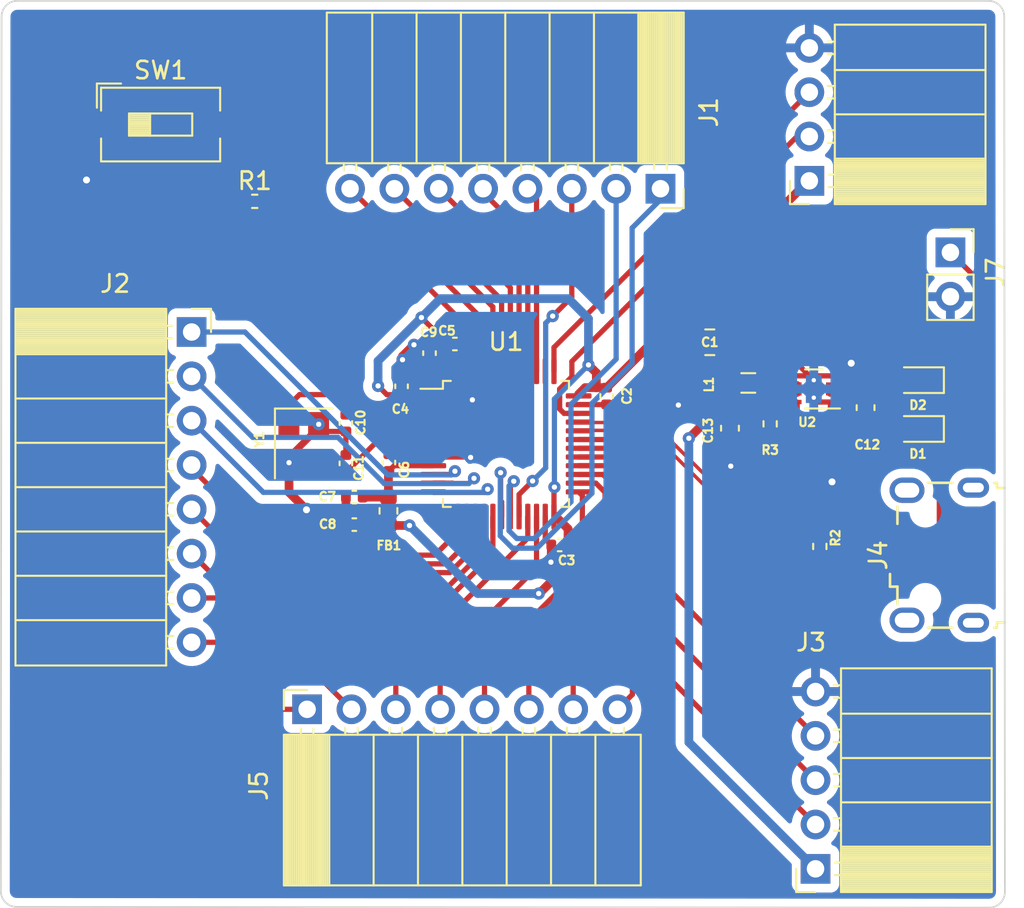
<source format=kicad_pcb>
(kicad_pcb (version 20211014) (generator pcbnew)
  (layers (0 "F.Cu" signal) (31 "B.Cu" power) (34 "B.Paste" user) (35 "F.Paste" user) (36 "B.SilkS" user "B.Silkscreen") (37 "F.SilkS" user "F.Silkscreen") (38 "B.Mask" user) (39 "F.Mask" user) (44 "Edge.Cuts" user))
  (net 0 "")
  (net 1 "+3.3V")
  (net 2 "GND")
  (net 3 "+3.3VA")
  (net 4 "/NRST")
  (net 5 "/HSE_IN")
  (net 6 "/HSE_OUT")
  (net 7 "VBUS")
  (net 8 "Net-(D2-Pad1)")
  (net 10 "unconnected-(J4-Pad6)")
  (net 11 "/SW_BOOT0")
  (net 12 "/BOOT0")
  (net 13 "Net-(R3-Pad1)")
  (net 18 "/PB0")
  (net 19 "/PB1")
  (net 20 "/PB2")
  (net 21 "/PB3")
  (net 22 "/PB4")
  (net 23 "/PB5")
  (net 24 "/PB6")
  (net 25 "/PB7")
  (net 26 "/PA7")
  (net 27 "/PA6")
  (net 28 "/PA5")
  (net 29 "/PA4")
  (net 30 "/PA3")
  (net 31 "/PA2")
  (net 32 "/PA1")
  (net 33 "/PA0")
  (net 34 "/PA8")
  (net 35 "/PA9")
  (net 36 "/PA10")
  (net 37 "/USB_D-")
  (net 38 "/USB_D+")
  (net 39 "/PB8")
  (net 40 "/PB9")
  (net 41 "/PB10")
  (net 42 "/PB11")
  (net 43 "/PB12")
  (net 44 "/PB13")
  (net 45 "/PB14")
  (net 46 "/PB15")
  (net 47 "/SWIO")
  (net 48 "/SWCK")
  (net 49 "/IndIn")
  (net 50 "Net-(U2-Pad2)")
  (footprint "Capacitor_SMD:C_0402_1005Metric" (layer "F.Cu") (at 149.1454 107.5246 90)
    (fp_text reference "C4")
    (fp_text value "100n" hide)
  )
  (footprint "Capacitor_SMD:C_0603_1608Metric" (layer "F.Cu") (at 167.9546 109.9254 -90)
    (fp_text reference "C13")
    (fp_text value "22u" hide)
  )
  (footprint "Resistor_SMD:R_0402_1005Metric" (layer "F.Cu") (at 173.1 116.7 90)
    (fp_text reference "R2")
    (fp_text value "10k" hide)
  )
  (footprint "Capacitor_SMD:C_0402_1005Metric" (layer "F.Cu") (at 146.4386 113.8752 180)
    (fp_text reference "C7")
    (fp_text value "1u" hide)
  )
  (footprint "Resistor_SMD:R_0402_1005Metric" (layer "F.Cu") (at 170.2546 109.6754 90)
    (fp_text reference "R3")
    (fp_text value "100k" hide)
  )
  (footprint "Capacitor_SMD:C_0402_1005Metric" (layer "F.Cu") (at 145.956 109.6308 90)
    (fp_text reference "C10")
    (fp_text value "10p" hide)
  )
  (footprint "Capacitor_SMD:C_0603_1608Metric" (layer "F.Cu") (at 175.7218 108.7464 -90)
    (fp_text reference "C12")
    (fp_text value "10u" hide)
  )
  (footprint "Capacitor_SMD:C_0402_1005Metric" (layer "F.Cu") (at 160.8912 108.0814 -90)
    (fp_text reference "C2")
    (fp_text value "100n" hide)
  )
  (footprint "Connector_PinSocket_2.54mm:PinSocket_1x08_P2.54mm_Horizontal" (layer "F.Cu") (at 143.7358 126.0334 90)
    (fp_text reference "J5")
    (fp_text value "Conn_01x08_Female" hide)
  )
  (footprint "Package_QFP:LQFP-48_7x7mm_P0.5mm" (layer "F.Cu") (at 155.1254 110.8246)
    (fp_text reference "U1")
    (fp_text value "STM32F103C8Tx" hide)
  )
  (footprint "Capacitor_SMD:C_0402_1005Metric" (layer "F.Cu") (at 146.4386 115.45 180)
    (fp_text reference "C8")
    (fp_text value "1u" hide)
  )
  (footprint "Connector_PinSocket_2.54mm:PinSocket_1x04_P2.54mm_Horizontal" (layer "F.Cu") (at 172.5 95.75 180)
    (fp_text reference "J6" hide)
    (fp_text value "Conn_01x04_Female" hide)
  )
  (footprint "Connector_PinSocket_2.54mm:PinSocket_1x08_P2.54mm_Horizontal" (layer "F.Cu") (at 137.1226 104.4134)
    (fp_text reference "J2")
    (fp_text value "Conn_01x08_Female" hide)
  )
  (footprint "Capacitor_SMD:C_0402_1005Metric" (layer "F.Cu") (at 150.7454 105.6246 90)
    (fp_text reference "C9")
    (fp_text value "100n" hide)
  )
  (footprint "Connector_PinSocket_2.54mm:PinSocket_1x08_P2.54mm_Horizontal" (layer "F.Cu") (at 163.975 96.2 -90)
    (fp_text reference "J1")
    (fp_text value "Conn_01x08_Female" hide)
  )
  (footprint "Button_Switch_SMD:SW_DIP_SPSTx01_Slide_6.7x4.1mm_W8.61mm_P2.54mm_LowProfile" (layer "F.Cu") (at 135.3454 92.5246)
    (fp_text reference "SW1")
    (fp_text value "SW_SPDT")
  )
  (footprint "Diode_SMD:D_0603_1608Metric" (layer "F.Cu") (at 178.7218 107.1714 180)
    (fp_text reference "D2")
    (fp_text value "DIODE" hide)
  )
  (footprint "Connector_PinSocket_2.54mm:PinSocket_1x02_P2.54mm_Vertical" (layer "F.Cu") (at 180.5796 99.85)
    (fp_text reference "J7")
    (fp_text value "Conn_01x02_Female" hide)
  )
  (footprint "Connector_USB:USB_Micro-B_Wuerth_629105150521" (layer "F.Cu") (at 179.945 117.205 90)
    (fp_text reference "J4")
    (fp_text value "USB_B_Micro" hide)
  )
  (footprint "Capacitor_SMD:C_0402_1005Metric" (layer "F.Cu") (at 152.2 105.1)
    (fp_text reference "C5")
    (fp_text value "100n" hide)
  )
  (footprint "Connector_PinSocket_2.54mm:PinSocket_1x05_P2.54mm_Horizontal" (layer "F.Cu") (at 172.8546 135.1754 180)
    (fp_text reference "J3")
    (fp_text value "Conn_01x05_Female" hide)
  )
  (footprint "Inductor_SMD:L_0805_2012Metric" (layer "F.Cu") (at 169.0046 107.3308 180)
    (fp_text reference "L1")
    (fp_text value "4.7u" hide)
  )
  (footprint "Inductor_SMD:L_0603_1608Metric" (layer "F.Cu") (at 148.3944 114.6626 -90)
    (fp_text reference "FB1")
    (fp_text value "120R@100MHz" hide)
  )
  (footprint "Resistor_SMD:R_0402_1005Metric" (layer "F.Cu") (at 140.7354 96.9246)
    (fp_text reference "R1")
    (fp_text value "10k" hide)
  )
  (footprint "Crystal:Crystal_SMD_3225-4Pin_3.2x2.5mm" (layer "F.Cu") (at 143.543 110.7992 -90)
    (fp_text reference "Y1")
    (fp_text value "Crystal_GND24_Small" hide)
  )
  (footprint "Package_SON:WSON-8-1EP_2x2mm_P0.5mm_EP0.9x1.6mm_ThermalVias" (layer "F.Cu") (at 172.7546 107.6754 180)
    (fp_text reference "U2")
    (fp_text value "TPS62162DSG" hide)
  )
  (footprint "Diode_SMD:D_0603_1608Metric" (layer "F.Cu") (at 178.7214 109.9676 180)
    (fp_text reference "D1")
    (fp_text value "DIODE" hide)
  )
  (footprint "Capacitor_SMD:C_0402_1005Metric" (layer "F.Cu") (at 148.4198 111.894 90)
    (fp_text reference "C6")
    (fp_text value "10n" hide)
  )
  (footprint "Capacitor_SMD:C_0805_2012Metric" (layer "F.Cu") (at 166.8 105)
    (fp_text reference "C1")
    (fp_text value "10u" hide)
  )
  (footprint "Capacitor_SMD:C_0402_1005Metric" (layer "F.Cu") (at 158.2 116.6158 180)
    (fp_text reference "C3")
    (fp_text value "100n" hide)
  )
  (footprint "Capacitor_SMD:C_0402_1005Metric" (layer "F.Cu") (at 145.956 111.9422 -90)
    (fp_text reference "C11")
    (fp_text value "10p" hide)
  )
  (gr_line (start 183.7 136.5) (end 183.663604 86.336396) (layer "Edge.Cuts") (width 0.1))
  (gr_line (start 127.096165 137.355932) (end 182.8 137.4) (layer "Edge.Cuts") (width 0.1))
  (gr_arc (start 126.236396 86.336396) (mid 126.5 85.7) (end 127.136396 85.436396) (layer "Edge.Cuts") (width 0.1))
  (gr_line (start 126.236396 86.336396) (end 126.196165 136.455932) (layer "Edge.Cuts") (width 0.1))
  (gr_arc (start 182.763604 85.436396) (mid 183.4 85.7) (end 183.663604 86.336396) (layer "Edge.Cuts") (width 0.1))
  (gr_arc (start 183.7 136.5) (mid 183.436396 137.136396) (end 182.8 137.4) (layer "Edge.Cuts") (width 0.1))
  (gr_arc (start 127.096165 137.355932) (mid 126.459769 137.092328) (end 126.196165 136.455932) (layer "Edge.Cuts") (width 0.1))
  (gr_line (start 182.763604 85.436396) (end 127.136396 85.436396) (layer "Edge.Cuts") (width 0.1))
  (segment (start 173.1 116.09) (end 169.2 112.19) (width 0.5) (layer "F.Cu") (net 1))
  (segment (start 167.9421 107.3308) (end 167.9421 107.0921) (width 0.5) (layer "F.Cu") (net 1))
  (segment (start 157.8754 114.9871) (end 157.8754 113.3246) (width 0.3) (layer "F.Cu") (net 1))
  (segment (start 151.8768 106.1768) (end 152.3754 106.6754) (width 0.3) (layer "F.Cu") (net 1))
  (segment (start 167.9546 107.3433) (end 167.9421 107.3308) (width 0.5) (layer "F.Cu") (net 1))
  (segment (start 167.9546 109.1504) (end 167.9546 107.3433) (width 0.5) (layer "F.Cu") (net 1))
  (segment (start 157.8754 113.3246) (end 157.9 113.3) (width 0.3) (layer "F.Cu") (net 1))
  (segment (start 167.9042 109.1) (end 167.9546 109.1504) (width 0.5) (layer "F.Cu") (net 1))
  (segment (start 170.8546 107.0504) (end 170.8546 106.6546) (width 0.4) (layer "F.Cu") (net 1))
  (segment (start 158.68 116.6158) (end 158.68 117.751371) (width 0.5) (layer "F.Cu") (net 1))
  (segment (start 148.4443 115.5) (end 148.3944 115.4501) (width 0.5) (layer "F.Cu") (net 1))
  (segment (start 160.3014 106.7514) (end 160.3014 107.6014) (width 0.5) (layer "F.Cu") (net 1))
  (segment (start 159.6611 107.6014) (end 159.2879 107.9746) (width 0.5) (layer "F.Cu") (net 1))
  (segment (start 149.6 115.5) (end 148.4443 115.5) (width 0.5) (layer "F.Cu") (net 1))
  (segment (start 163.5 105) (end 165.85 105) (width 0.5) (layer "F.Cu") (net 1))
  (segment (start 157.031371 119.4) (end 157 119.4) (width 0.5) (layer "F.Cu") (net 1))
  (segment (start 151.8604 105.1604) (end 151.8768 105.1604) (width 0.3) (layer "F.Cu") (net 1))
  (segment (start 167 109.1) (end 167.9042 109.1) (width 0.5) (layer "F.Cu") (net 1))
  (segment (start 169.2 112.19) (end 169.2 109.2) (width 0.5) (layer "F.Cu") (net 1))
  (segment (start 150.9629 108.0746) (end 149.2154 108.0746) (width 0.3) (layer "F.Cu") (net 1))
  (segment (start 160.3014 107.6014) (end 159.6611 107.6014) (width 0.5) (layer "F.Cu") (net 1))
  (segment (start 165.6 110.5) (end 167 109.1) (width 0.5) (layer "F.Cu") (net 1))
  (segment (start 146.9187 115.4501) (end 146.9186 115.45) (width 0.5) (layer "F.Cu") (net 1))
  (segment (start 170.2546 109.1654) (end 169.1654 109.1654) (width 0.5) (layer "F.Cu") (net 1))
  (segment (start 165.85 102.35) (end 165.85 105) (width 0.5) (layer "F.Cu") (net 1))
  (segment (start 159.2879 108.0746) (end 159.2879 107.9746) (width 0.3) (layer "F.Cu") (net 1))
  (segment (start 172.45 95.75) (end 165.85 102.35) (width 0.5) (layer "F.Cu") (net 1))
  (segment (start 152.3754 106.6754) (end 152.3754 106.6621) (width 0.3) (layer "F.Cu") (net 1))
  (segment (start 150.284314 103.584314) (end 151.8604 105.1604) (width 0.3) (layer "F.Cu") (net 1))
  (segment (start 160.8986 107.6014) (end 163.5 105) (width 0.5) (layer "F.Cu") (net 1))
  (segment (start 159.85 106.3) (end 160.3014 106.7514) (width 0.5) (layer "F.Cu") (net 1))
  (segment (start 158.68 117.751371) (end 157.031371 119.4) (width 0.5) (layer "F.Cu") (net 1))
  (segment (start 149.2154 108.0746) (end 149.1454 108.0046) (width 0.3) (layer "F.Cu") (net 1))
  (segment (start 147.8 107.5) (end 148.3046 108.0046) (width 0.3) (layer "F.Cu") (net 1))
  (segment (start 160.8912 107.6014) (end 160.3014 107.6014) (width 0.5) (layer "F.Cu") (net 1))
  (segment (start 170.465634 106.325) (end 167.175 106.325) (width 0.4) (layer "F.Cu") (net 1))
  (segment (start 171.8046 107.4254) (end 171.2296 107.4254) (width 0.4) (layer "F.Cu") (net 1))
  (segment (start 148.3944 115.4501) (end 146.9187 115.4501) (width 0.5) (layer "F.Cu") (net 1))
  (segment (start 158.68 116.6158) (end 158.68 115.6917) (width 0.5) (layer "F.Cu") (net 1))
  (segment (start 151.8768 105.1604) (end 151.8768 106.1768) (width 0.3) (layer "F.Cu") (net 1))
  (segment (start 170.8546 106.6546) (end 170.525 106.325) (width 0.4) (layer "F.Cu") (net 1))
  (segment (start 169.2 109.2) (end 169.1654 109.1654) (width 0.5) (layer "F.Cu") (net 1))
  (segment (start 171.2296 107.4254) (end 170.8546 107.0504) (width 0.4) (layer "F.Cu") (net 1))
  (segment (start 170.525 106.325) (end 170.465634 106.325) (width 0.3) (layer "F.Cu") (net 1))
  (segment (start 167.9696 109.1654) (end 167.9546 109.1504) (width 0.5) (layer "F.Cu") (net 1))
  (segment (start 169.1654 109.1654) (end 167.9696 109.1654) (width 0.5) (layer "F.Cu") (net 1))
  (segment (start 172.5 95.75) (end 172.45 95.75) (width 0.5) (layer "F.Cu") (net 1))
  (segment (start 158.68 115.6917) (end 157.9754 114.9871) (width 0.5) (layer "F.Cu") (net 1))
  (segment (start 167.9421 107.0921) (end 165.85 105) (width 0.5) (layer "F.Cu") (net 1))
  (segment (start 148.3046 108.0046) (end 149.1454 108.0046) (width 0.3) (layer "F.Cu") (net 1))
  (segment (start 160.8912 107.6014) (end 160.8986 107.6014) (width 0.5) (layer "F.Cu") (net 1))
  (via (at 157 119.4) (size 0.7) (drill 0.3) (layers "F.Cu" "B.Cu") (net 1))
  (via (at 147.8 107.5) (size 0.7) (drill 0.3) (layers "F.Cu" "B.Cu") (net 1))
  (via (at 159.85 106.3) (size 0.7) (drill 0.3) (layers "F.Cu" "B.Cu") (net 1))
  (via (at 165.6 110.5) (size 0.7) (drill 0.3) (layers "F.Cu" "B.Cu") (net 1))
  (via (at 150.284314 103.584314) (size 0.7) (drill 0.3) (layers "F.Cu" "B.Cu") (net 1))
  (via (at 157.9 113.3) (size 0.7) (drill 0.3) (layers "F.Cu" "B.Cu") (net 1))
  (via (at 149.6 115.5) (size 0.7) (drill 0.3) (layers "F.Cu" "B.Cu") (net 1))
  (segment (start 147.8 106.068629) (end 150.284314 103.584314) (width 0.5) (layer "B.Cu") (net 1))
  (segment (start 153.5 119.4) (end 149.6 115.5) (width 0.5) (layer "B.Cu") (net 1))
  (segment (start 165.6 127.9208) (end 165.6 110.5) (width 0.5) (layer "B.Cu") (net 1))
  (segment (start 147.8 107.5) (end 147.8 106.068629) (width 0.5) (layer "B.Cu") (net 1))
  (segment (start 159.85 106.3) (end 157.9 108.25) (width 0.3) (layer "B.Cu") (net 1))
  (segment (start 151.368629 102.5) (end 150.284314 103.584314) (width 0.5) (layer "B.Cu") (net 1))
  (segment (start 157 119.4) (end 153.5 119.4) (width 0.5) (layer "B.Cu") (net 1))
  (segment (start 159.85 106.3) (end 159.85 103.65) (width 0.5) (layer "B.Cu") (net 1))
  (segment (start 157.9 108.25) (end 157.9 113.3) (width 0.3) (layer "B.Cu") (net 1))
  (segment (start 159.85 103.65) (end 158.7 102.5) (width 0.5) (layer "B.Cu") (net 1))
  (segment (start 172.8546 135.1754) (end 165.6 127.9208) (width 0.5) (layer "B.Cu") (net 1))
  (segment (start 158.7 102.5) (end 151.368629 102.5) (width 0.5) (layer "B.Cu") (net 1))
  (segment (start 167.9546 110.7004) (end 167.9546 112.0546) (width 0.5) (layer "F.Cu") (net 2))
  (segment (start 144.4 109.8922) (end 144.4 109.7) (width 0.3) (layer "F.Cu") (net 2))
  (segment (start 143.7414 114.5586) (end 143.7 114.6) (width 0.5) (layer "F.Cu") (net 2))
  (segment (start 142.693 111.5992) (end 144.4 109.8922) (width 0.4) (layer "F.Cu") (net 2))
  (segment (start 171.8046 106.9254) (end 172.5046 106.9254) (width 0.3) (layer "F.Cu") (net 2))
  (segment (start 150.9629 111.5746) (end 148.5804 111.5746) (width 0.3) (layer "F.Cu") (net 2))
  (segment (start 148.5804 111.5746) (end 148.4198 111.414) (width 0.3) (layer "F.Cu") (net 2))
  (segment (start 149.1 106.9992) (end 149.1454 107.0446) (width 0.5) (layer "F.Cu") (net 2))
  (segment (start 167.9546 112.0546) (end 168 112.1) (width 0.5) (layer "F.Cu") (net 2))
  (segment (start 160.878 108.5746) (end 159.2 108.5746) (width 0.3) (layer "F.Cu") (net 2))
  (segment (start 149.2 106) (end 149.2 105.8) (width 0.5) (layer "F.Cu") (net 2))
  (segment (start 173.7046 108.4254) (end 173.0046 108.4254) (width 0.3) (layer "F.Cu") (net 2))
  (segment (start 143.7 114.6) (end 142.7 113.6) (width 0.5) (layer "F.Cu") (net 2))
  (segment (start 174.1746 106.9254) (end 174.9 106.2) (width 0.3) (layer "F.Cu") (net 2))
  (segment (start 152.8754 107.500641) (end 152.8754 107.9754) (width 0.3) (layer "F.Cu") (net 2))
  (segment (start 142.693 111.8992) (end 142.693 111.5992) (width 0.3) (layer "F.Cu") (net 2))
  (segment (start 178.045 115.905) (end 174.8006 112.6606) (width 0.3) (layer "F.Cu") (net 2))
  (segment (start 152.8754 107.500641) (end 152.8754 106.6621) (width 0.3) (layer "F.Cu") (net 2))
  (segment (start 145.9586 114.5586) (end 143.7414 114.5586) (width 0.5) (layer "F.Cu") (net 2))
  (segment (start 174.4612 113) (end 173.8 113) (width 0.3) (layer "F.Cu") (net 2))
  (segment (start 145.9586 114.5586) (end 145.9586 113.8752) (width 0.5) (layer "F.Cu") (net 2))
  (segment (start 174.8006 109.5214) (end 174.2214 109.5214) (width 0.3) (layer "F.Cu") (net 2))
  (segment (start 145.956 110.1108) (end 144.8108 110.1108) (width 0.3) (layer "F.Cu") (net 2))
  (segment (start 153.0746 111.5746) (end 153.1 111.6) (width 0.3) (layer "F.Cu") (net 2))
  (segment (start 173.7046 109.0046) (end 173.7046 108.4754) (width 0.3) (layer "F.Cu") (net 2))
  (segment (start 174.8006 112.6606) (end 174.4612 113) (width 0.3) (layer "F.Cu") (net 2))
  (segment (start 157.72 116.6158) (end 157.72 117.58) (width 0.5) (layer "F.Cu") (net 2))
  (segment (start 149.15 106.05) (end 149.1 106.1) (width 0.5) (layer "F.Cu") (net 2))
  (segment (start 157.72 117.58) (end 157.7 117.6) (width 0.5) (layer "F.Cu") (net 2))
  (segment (start 150.7454 105.1446) (end 149.8554 105.1446) (width 0.5) (layer "F.Cu") (net 2))
  (segment (start 160.8912 108.5614) (end 160.9298 108.6) (width 0.3) (layer "F.Cu") (net 2))
  (segment (start 152.8754 106.6621) (end 152.8754 105.199) (width 0.3) (layer "F.Cu") (net 2))
  (segment (start 175.7218 109.5214) (end 174.8006 109.5214) (width 0.4) (layer "F.Cu") (net 2))
  (segment (start 149.1 106.1) (end 149.1 106.9992) (width 0.5) (layer "F.Cu") (net 2))
  (segment (start 150.9629 111.5746) (end 153.0746 111.5746) (width 0.3) (layer "F.Cu") (net 2))
  (segment (start 142.7 113.6) (end 142.7 111.9) (width 0.5) (layer "F.Cu") (net 2))
  (segment (start 152.8754 105.199) (end 152.8368 105.1604) (width 0.3) (layer "F.Cu") (net 2))
  (segment (start 149.2 106) (end 149.15 106.05) (width 0.5) (layer "F.Cu") (net 2))
  (segment (start 145.9586 115.45) (end 145.9586 114.5586) (width 0.5) (layer "F.Cu") (net 2))
  (segment (start 131.0404 95.6404) (end 131.1 95.7) (width 0.5) (layer "F.Cu") (net 2))
  (segment (start 149.2 105.8) (end 149.8554 105.1446) (width 0.5) (layer "F.Cu") (net 2))
  (segment (start 174.2214 109.5214) (end 173.7046 109.0046) (width 0.3) (layer "F.Cu") (net 2))
  (segment (start 131.0404 92.5246) (end 131.0404 95.6404) (width 0.5) (layer "F.Cu") (net 2))
  (segment (start 157.3754 114.9871) (end 157.3754 116.2712) (width 0.3) (layer "F.Cu") (net 2))
  (segment (start 172.7546 107.1754) (end 170.5792 105) (width 0.3) (layer "F.Cu") (net 2))
  (segment (start 172.5046 106.9254) (end 172.7546 107.1754) (width 0.3) (layer "F.Cu") (net 2))
  (segment (start 160.9298 108.6) (end 165 108.6) (width 0.3) (layer "F.Cu") (net 2))
  (segment (start 157.3754 116.2712) (end 157.72 116.6158) (width 0.3) (layer "F.Cu") (net 2))
  (segment (start 152.8754 107.9754) (end 153.2 108.3) (width 0.3) (layer "F.Cu") (net 2))
  (segment (start 145.956 111.4622) (end 145.956 110.1108) (width 0.3) (layer "F.Cu") (net 2))
  (segment (start 173.0046 106.9254) (end 172.7546 107.1754) (width 0.3) (layer "F.Cu") (net 2))
  (segment (start 173.7046 106.9254) (end 173.0046 106.9254) (width 0.3) (layer "F.Cu") (net 2))
  (segment (start 160.8912 108.5614) (end 160.878 108.5746) (width 0.3) (layer "F.Cu") (net 2))
  (segment (start 144.8108 110.1108) (end 144.4 109.7) (width 0.3) (layer "F.Cu") (net 2))
  (segment (start 170.5792 105) (end 167.75 105) (width 0.3) (layer "F.Cu") (net 2))
  (segment (start 173.0046 108.4254) (end 172.7546 108.1754) (width 0.3) (layer "F.Cu") (net 2))
  (segment (start 174.8006 112.6606) (end 174.8006 109.5214) (width 0.3) (layer "F.Cu") (net 2))
  (segment (start 173.7046 106.9254) (end 174.1746 106.9254) (width 0.3) (layer "F.Cu") (net 2))
  (via (at 143.7 114.6) (size 0.8) (drill 0.4) (layers "F.Cu" "B.Cu") (net 2))
  (via (at 142.7 111.9) (size 0.7) (drill 0.3) (layers "F.Cu" "B.Cu") (net 2))
  (via (at 153.2 108.3) (size 0.7) (drill 0.3) (layers "F.Cu" "B.Cu") (net 2))
  (via (at 131.1 95.7) (size 0.8) (drill 0.4) (layers "F.Cu" "B.Cu") (net 2))
  (via (at 149.2 106) (size 0.7) (drill 0.3) (layers "F.Cu" "B.Cu") (net 2))
  (via (at 157.7 117.6) (size 0.7) (drill 0.3) (layers "F.Cu" "B.Cu") (net 2))
  (via (at 174.9 106.2) (size 0.8) (drill 0.4) (layers "F.Cu" "B.Cu") (net 2))
  (via (at 168 112.1) (size 0.7) (drill 0.3) (layers "F.Cu" "B.Cu") (net 2))
  (via (at 165 108.6) (size 0.7) (drill 0.3) (layers "F.Cu" "B.Cu") (net 2))
  (via (at 173.8 113) (size 0.8) (drill 0.4) (layers "F.Cu" "B.Cu") (net 2))
  (via (at 144.4 109.7) (size 0.7) (drill 0.3) (layers "F.Cu" "B.Cu") (net 2))
  (via (at 153.1 111.6) (size 0.7) (drill 0.3) (layers "F.Cu" "B.Cu") (net 2))
  (via (at 149.8554 105.1446) (size 0.7) (drill 0.3) (layers "F.Cu" "B.Cu") (net 2))
  (segment (start 148.3944 113.8751) (end 148.3944 112.3994) (width 0.5) (layer "F.Cu") (net 3))
  (segment (start 148.3944 112.3994) (end 148.4198 112.374) (width 0.5) (layer "F.Cu") (net 3))
  (segment (start 148.3944 113.8751) (end 146.9187 113.8751) (width 0.5) (layer "F.Cu") (net 3))
  (segment (start 150.9629 112.0746) (end 148.7192 112.0746) (width 0.3) (layer "F.Cu") (net 3))
  (segment (start 146.9187 113.8751) (end 146.9186 113.8752) (width 0.5) (layer "F.Cu") (net 3))
  (segment (start 148.7192 112.0746) (end 148.4198 112.374) (width 0.3) (layer "F.Cu") (net 3))
  (segment (start 151.801441 111.0746) (end 152.1 110.776041) (width 0.3) (layer "F.Cu") (net 4))
  (segment (start 152.1 107.725241) (end 150.7454 106.370641) (width 0.3) (layer "F.Cu") (net 4))
  (segment (start 152.1 110.776041) (end 152.1 107.725241) (width 0.3) (layer "F.Cu") (net 4))
  (segment (start 150.7454 106.370641) (end 150.7454 106.1046) (width 0.3) (layer "F.Cu") (net 4))
  (segment (start 150.9629 111.0746) (end 151.801441 111.0746) (width 0.3) (layer "F.Cu") (net 4))
  (segment (start 143.3 108) (end 145 108) (width 0.3) (layer "F.Cu") (net 5))
  (segment (start 142.693 109.6992) (end 142.693 108.607) (width 0.3) (layer "F.Cu") (net 5))
  (segment (start 148.4746 110.0746) (end 147.5508 109.1508) (width 0.3) (layer "F.Cu") (net 5))
  (segment (start 145 108) (end 145.956 108.956) (width 0.3) (layer "F.Cu") (net 5))
  (segment (start 147.5508 109.1508) (end 145.956 109.1508) (width 0.3) (layer "F.Cu") (net 5))
  (segment (start 145.956 108.956) (end 145.956 109.1508) (width 0.3) (layer "F.Cu") (net 5))
  (segment (start 142.693 108.607) (end 143.3 108) (width 0.3) (layer "F.Cu") (net 5))
  (segment (start 150.9629 110.0746) (end 148.4746 110.0746) (width 0.3) (layer "F.Cu") (net 5))
  (segment (start 144.916 112.4222) (end 144.393 111.8992) (width 0.3) (layer "F.Cu") (net 6))
  (segment (start 145.956 112.4222) (end 144.916 112.4222) (width 0.3) (layer "F.Cu") (net 6))
  (segment (start 147.846565 110.5746) (end 145.998965 112.4222) (width 0.3) (layer "F.Cu") (net 6))
  (segment (start 150.9629 110.5746) (end 147.846565 110.5746) (width 0.3) (layer "F.Cu") (net 6))
  (segment (start 145.998965 112.4222) (end 145.956 112.4222) (width 0.3) (layer "F.Cu") (net 6))
  (segment (start 179.945001 117.354999) (end 179.945001 110.403701) (width 0.3) (layer "F.Cu") (net 7))
  (segment (start 178.045 118.505) (end 178.795 118.505) (width 0.3) (layer "F.Cu") (net 7))
  (segment (start 179.945001 110.403701) (end 179.5089 109.9676) (width 0.3) (layer "F.Cu") (net 7))
  (segment (start 178.795 118.505) (end 179.945001 117.354999) (width 0.3) (layer "F.Cu") (net 7))
  (segment (start 180.9286 107.1714) (end 182.5 105.6) (width 0.3) (layer "F.Cu") (net 8))
  (segment (start 182.5 105.6) (end 182.5 101.7704) (width 0.3) (layer "F.Cu") (net 8))
  (segment (start 182.5 101.7704) (end 180.5796 99.85) (width 0.3) (layer "F.Cu") (net 8))
  (segment (start 179.5093 107.1714) (end 180.9286 107.1714) (width 0.3) (layer "F.Cu") (net 8))
  (segment (start 178.095 113.48) (end 178.18 113.48) (width 0.3) (layer "F.Cu") (net 10))
  (segment (start 139.6504 96.3496) (end 139.6504 92.5246) (width 0.3) (layer "F.Cu") (net 11))
  (segment (start 140.2254 96.9246) (end 139.6504 96.3496) (width 0.3) (layer "F.Cu") (net 11))
  (segment (start 151.4 100) (end 144.3208 100) (width 0.3) (layer "F.Cu") (net 12))
  (segment (start 154.3754 106.6621) (end 154.3754 102.9754) (width 0.3) (layer "F.Cu") (net 12))
  (segment (start 144.3208 100) (end 141.2454 96.9246) (width 0.3) (layer "F.Cu") (net 12))
  (segment (start 154.3754 102.9754) (end 151.4 100) (width 0.3) (layer "F.Cu") (net 12))
  (segment (start 170.2546 110.1854) (end 170.8146 110.1854) (width 0.3) (layer "F.Cu") (net 13))
  (segment (start 171.8046 109.1954) (end 171.8046 108.4254) (width 0.3) (layer "F.Cu") (net 13))
  (segment (start 170.8146 110.1854) (end 171.8046 109.1954) (width 0.3) (layer "F.Cu") (net 13))
  (segment (start 154.817758 112.471614) (end 154.817758 114.090917) (width 0.3) (layer "F.Cu") (net 18))
  (segment (start 154.817758 114.090917) (end 154.8754 114.148559) (width 0.3) (layer "F.Cu") (net 18))
  (segment (start 154.8754 114.148559) (end 154.8754 114.9871) (width 0.3) (layer "F.Cu") (net 18))
  (via (at 154.817758 112.471614) (size 0.7) (drill 0.3) (layers "F.Cu" "B.Cu") (net 18))
  (segment (start 154.8 112.489372) (end 154.8 116.1) (width 0.3) (layer "B.Cu") (net 18))
  (segment (start 156.9 116.8) (end 160.05 113.65) (width 0.3) (layer "B.Cu") (net 18))
  (segment (start 154.817758 112.471614) (end 154.8 112.489372) (width 0.3) (layer "B.Cu") (net 18))
  (segment (start 154.8 116.1) (end 155.5 116.8) (width 0.3) (layer "B.Cu") (net 18))
  (segment (start 162.35 98.45) (end 163.975 96.825) (width 0.3) (layer "B.Cu") (net 18))
  (segment (start 162.35 106.2) (end 162.35 98.45) (width 0.3) (layer "B.Cu") (net 18))
  (segment (start 160.05 108.5) (end 162.35 106.2) (width 0.3) (layer "B.Cu") (net 18))
  (segment (start 160.05 113.65) (end 160.05 108.5) (width 0.3) (layer "B.Cu") (net 18))
  (segment (start 163.975 96.825) (end 163.975 96.2) (width 0.3) (layer "B.Cu") (net 18))
  (segment (start 155.5 116.8) (end 156.9 116.8) (width 0.3) (layer "B.Cu") (net 18))
  (segment (start 155.3754 113.158707) (end 155.571317 112.96279) (width 0.3) (layer "F.Cu") (net 19))
  (segment (start 155.3754 114.9871) (end 155.3754 113.158707) (width 0.3) (layer "F.Cu") (net 19))
  (via (at 155.571317 112.96279) (size 0.7) (drill 0.3) (layers "F.Cu" "B.Cu") (net 19))
  (segment (start 161.435 96.2) (end 161.435 105.965) (width 0.3) (layer "B.Cu") (net 19))
  (segment (start 161.435 105.965) (end 158.85 108.55) (width 0.3) (layer "B.Cu") (net 19))
  (segment (start 158.85 114.142894) (end 156.746447 116.246447) (width 0.3) (layer "B.Cu") (net 19))
  (segment (start 155.3 113.234107) (end 155.571317 112.96279) (width 0.3) (layer "B.Cu") (net 19))
  (segment (start 155.3 115.8) (end 155.3 113.234107) (width 0.3) (layer "B.Cu") (net 19))
  (segment (start 158.85 108.55) (end 158.85 114.142894) (width 0.3) (layer "B.Cu") (net 19))
  (segment (start 156.746447 116.246447) (end 155.746447 116.246447) (width 0.3) (layer "B.Cu") (net 19))
  (segment (start 155.746447 116.246447) (end 155.3 115.8) (width 0.3) (layer "B.Cu") (net 19))
  (segment (start 158.895 96.2) (end 158.895 102.405) (width 0.3) (layer "F.Cu") (net 20))
  (segment (start 155.8754 113.7246) (end 156.65 112.95) (width 0.3) (layer "F.Cu") (net 20))
  (segment (start 155.8754 114.9871) (end 155.8754 113.7246) (width 0.3) (layer "F.Cu") (net 20))
  (segment (start 158.895 102.405) (end 157.8 103.5) (width 0.3) (layer "F.Cu") (net 20))
  (via (at 156.65 112.95) (size 0.7) (drill 0.3) (layers "F.Cu" "B.Cu") (net 20))
  (via (at 157.8 103.5) (size 0.7) (drill 0.3) (layers "F.Cu" "B.Cu") (net 20))
  (segment (start 157.4 112.2) (end 156.65 112.95) (width 0.3) (layer "B.Cu") (net 20))
  (segment (start 157.4 103.9) (end 157.4 112.2) (width 0.3) (layer "B.Cu") (net 20))
  (segment (start 157.8 103.5) (end 157.4 103.9) (width 0.3) (layer "B.Cu") (net 20))
  (segment (start 156.8754 96.7204) (end 156.355 96.2) (width 0.3) (layer "F.Cu") (net 21))
  (segment (start 156.8754 106.6621) (end 156.8754 96.7204) (width 0.3) (layer "F.Cu") (net 21))
  (segment (start 153.815 96.415) (end 153.815 96.2) (width 0.3) (layer "F.Cu") (net 22))
  (segment (start 156.3754 98.9754) (end 153.815 96.415) (width 0.3) (layer "F.Cu") (net 22))
  (segment (start 156.3754 106.6621) (end 156.3754 98.9754) (width 0.3) (layer "F.Cu") (net 22))
  (segment (start 155.8754 100.8004) (end 151.275 96.2) (width 0.3) (layer "F.Cu") (net 23))
  (segment (start 155.8754 106.6621) (end 155.8754 100.8004) (width 0.3) (layer "F.Cu") (net 23))
  (segment (start 155.3754 106.6621) (end 155.3754 101.8754) (width 0.3) (layer "F.Cu") (net 24))
  (segment (start 151.4 97.9) (end 150.435 97.9) (width 0.3) (layer "F.Cu") (net 24))
  (segment (start 150.435 97.9) (end 148.735 96.2) (width 0.3) (layer "F.Cu") (net 24))
  (segment (start 155.3754 101.8754) (end 151.4 97.9) (width 0.3) (layer "F.Cu") (net 24))
  (segment (start 148.395 98.4) (end 149.237943 98.4) (width 0.3) (layer "F.Cu") (net 25))
  (segment (start 146.195 96.2) (end 148.395 98.4) (width 0.3) (layer "F.Cu") (net 25))
  (segment (start 150.7 98.4) (end 154.8754 102.5754) (width 0.3) (layer "F.Cu") (net 25))
  (segment (start 154.8754 102.5754) (end 154.8754 106.6621) (width 0.3) (layer "F.Cu") (net 25))
  (segment (start 149.237943 98.4) (end 150.7 98.4) (width 0.3) (layer "F.Cu") (net 25))
  (segment (start 154.3754 114.9871) (end 154.3754 117.145918) (width 0.3) (layer "F.Cu") (net 26))
  (segment (start 154.3754 117.145918) (end 149.327918 122.1934) (width 0.3) (layer "F.Cu") (net 26))
  (segment (start 149.327918 122.1934) (end 137.1226 122.1934) (width 0.3) (layer "F.Cu") (net 26))
  (segment (start 151.160812 119.6534) (end 153.8754 116.938812) (width 0.3) (layer "F.Cu") (net 27))
  (segment (start 153.8754 116.938812) (end 153.8754 114.9871) (width 0.3) (layer "F.Cu") (net 27))
  (segment (start 137.1226 119.6534) (end 151.160812 119.6534) (width 0.3) (layer "F.Cu") (net 27))
  (segment (start 153.3754 114.9871) (end 153.3754 116.731706) (width 0.3) (layer "F.Cu") (net 28))
  (segment (start 138.2092 118.2) (end 137.1226 117.1134) (width 0.3) (layer "F.Cu") (net 28))
  (segment (start 151.907106 118.2) (end 138.2092 118.2) (width 0.3) (layer "F.Cu") (net 28))
  (segment (start 153.3754 116.731706) (end 151.907106 118.2) (width 0.3) (layer "F.Cu") (net 28))
  (segment (start 152.8754 116.5246) (end 152.8754 114.9871) (width 0.3) (layer "F.Cu") (net 29))
  (segment (start 140.2492 117.7) (end 151.7 117.7) (width 0.3) (layer "F.Cu") (net 29))
  (segment (start 137.1226 114.5734) (end 140.2492 117.7) (width 0.3) (layer "F.Cu") (net 29))
  (segment (start 151.7 117.7) (end 152.8754 116.5246) (width 0.3) (layer "F.Cu") (net 29))
  (segment (start 137.1226 112.2226) (end 137.1226 112.0334) (width 0.3) (layer "F.Cu") (net 30))
  (segment (start 142.1 117.2) (end 137.1226 112.2226) (width 0.3) (layer "F.Cu") (net 30))
  (segment (start 152.3746 115.8754) (end 151.05 117.2) (width 0.3) (layer "F.Cu") (net 30))
  (segment (start 152.3754 115.8754) (end 152.3746 115.8754) (width 0.3) (layer "F.Cu") (net 30))
  (segment (start 152.3754 114.9871) (end 152.3754 115.8754) (width 0.3) (layer "F.Cu") (net 30))
  (segment (start 151.05 117.2) (end 142.1 117.2) (width 0.3) (layer "F.Cu") (net 30))
  (segment (start 150.9883 113.6) (end 153.895779 113.6) (width 0.3) (layer "F.Cu") (net 31))
  (segment (start 150.9629 113.5746) (end 150.9883 113.6) (width 0.3) (layer "F.Cu") (net 31))
  (segment (start 153.895779 113.6) (end 154.075915 113.419864) (width 0.3) (layer "F.Cu") (net 31))
  (via (at 154.075915 113.419864) (size 0.7) (drill 0.3) (layers "F.Cu" "B.Cu") (net 31))
  (segment (start 154.075915 113.419864) (end 153.895779 113.6) (width 0.3) (layer "B.Cu") (net 31))
  (segment (start 141.2292 113.6) (end 137.1226 109.4934) (width 0.3) (layer "B.Cu") (net 31))
  (segment (start 153.895779 113.6) (end 141.2292 113.6) (width 0.3) (layer "B.Cu") (net 31))
  (segment (start 152.991217 113.1) (end 153.294237 112.79698) (width 0.3) (layer "F.Cu") (net 32))
  (segment (start 152.063439 113.0746) (end 152.088839 113.1) (width 0.3) (layer "F.Cu") (net 32))
  (segment (start 150.9629 113.0746) (end 152.063439 113.0746) (width 0.3) (layer "F.Cu") (net 32))
  (segment (start 152.088839 113.1) (end 152.991217 113.1) (width 0.3) (layer "F.Cu") (net 32))
  (via (at 153.294237 112.79698) (size 0.7) (drill 0.3) (layers "F.Cu" "B.Cu") (net 32))
  (segment (start 140.6192 110.45) (end 137.1226 106.9534) (width 0.3) (layer "B.Cu") (net 32))
  (segment (start 152.991217 113.1) (end 148.153555 113.1) (width 0.3) (layer "B.Cu") (net 32))
  (segment (start 148.153555 113.1) (end 145.503555 110.45) (width 0.3) (layer "B.Cu") (net 32))
  (segment (start 145.503555 110.45) (end 140.6192 110.45) (width 0.3) (layer "B.Cu") (net 32))
  (segment (start 153.294237 112.79698) (end 152.991217 113.1) (width 0.3) (layer "B.Cu") (net 32))
  (segment (start 150.9629 112.5746) (end 152.016591 112.5746) (width 0.3) (layer "F.Cu") (net 33))
  (segment (start 152.016591 112.5746) (end 152.202192 112.388999) (width 0.3) (layer "F.Cu") (net 33))
  (via (at 152.202192 112.388999) (size 0.7) (drill 0.3) (layers "F.Cu" "B.Cu") (net 33))
  (segment (start 148.360661 112.6) (end 151.991191 112.6) (width 0.3) (layer "B.Cu") (net 33))
  (segment (start 151.991191 112.6) (end 152.202192 112.388999) (width 0.3) (layer "B.Cu") (net 33))
  (segment (start 140.174061 104.4134) (end 137.1226 104.4134) (width 0.3) (layer "B.Cu") (net 33))
  (segment (start 148.360661 112.6) (end 140.174061 104.4134) (width 0.3) (layer "B.Cu") (net 33))
  (segment (start 161.088813 111.5746) (end 159.2879 111.5746) (width 0.3) (layer "F.Cu") (net 34))
  (segment (start 162.8658 122.6466) (end 162.8658 113.351587) (width 0.3) (layer "F.Cu") (net 34))
  (segment (start 172.8546 132.6354) (end 162.8658 122.6466) (width 0.3) (layer "F.Cu") (net 34))
  (segment (start 162.8658 113.351587) (end 161.088813 111.5746) (width 0.3) (layer "F.Cu") (net 34))
  (segment (start 163.3658 113.144481) (end 161.295919 111.0746) (width 0.3) (layer "F.Cu") (net 35))
  (segment (start 163.3658 120.6066) (end 163.3658 113.144481) (width 0.3) (layer "F.Cu") (net 35))
  (segment (start 172.8546 130.0954) (end 163.3658 120.6066) (width 0.3) (layer "F.Cu") (net 35))
  (segment (start 161.295919 111.0746) (end 159.2879 111.0746) (width 0.3) (layer "F.Cu") (net 35))
  (segment (start 163.9 118.6008) (end 163.9 112.971575) (width 0.3) (layer "F.Cu") (net 36))
  (segment (start 163.9 112.971575) (end 161.503025 110.5746) (width 0.3) (layer "F.Cu") (net 36))
  (segment (start 172.8546 127.5554) (end 163.9 118.6008) (width 0.3) (layer "F.Cu") (net 36))
  (segment (start 161.503025 110.5746) (end 159.2879 110.5746) (width 0.3) (layer "F.Cu") (net 36))
  (segment (start 177.069999 117.855) (end 178.045 117.855) (width 0.2) (layer "F.Cu") (net 37))
  (segment (start 159.2879 110.0746) (end 159.312899 110.049601) (width 0.2) (layer "F.Cu") (net 37))
  (segment (start 171.0368 117.755) (end 176.969999 117.755) (width 0.2) (layer "F.Cu") (net 37))
  (segment (start 163.331401 110.049601) (end 171.0368 117.755) (width 0.2) (layer "F.Cu") (net 37))
  (segment (start 159.312899 110.049601) (end 163.331401 110.049601) (width 0.2) (layer "F.Cu") (net 37))
  (segment (start 176.969999 117.755) (end 177.069999 117.855) (width 0.2) (layer "F.Cu") (net 37))
  (segment (start 171.2232 117.305) (end 176.969999 117.305) (width 0.2) (layer "F.Cu") (net 38))
  (segment (start 159.2879 109.5746) (end 159.312899 109.599599) (width 0.2) (layer "F.Cu") (net 38))
  (segment (start 163.517799 109.599599) (end 171.2232 117.305) (width 0.2) (layer "F.Cu") (net 38))
  (segment (start 176.969999 117.305) (end 177.069999 117.205) (width 0.2) (layer "F.Cu") (net 38))
  (segment (start 173.105 117.205) (end 173.1 117.2) (width 0.3) (layer "F.Cu") (net 38))
  (segment (start 177.069999 117.205) (end 178.045 117.205) (width 0.2) (layer "F.Cu") (net 38))
  (segment (start 159.312899 109.599599) (end 163.517799 109.599599) (width 0.2) (layer "F.Cu") (net 38))
  (segment (start 143.7358 126.0334) (end 136.426293 126.0334) (width 0.3) (layer "F.Cu") (net 39))
  (segment (start 136.426293 126.0334) (end 132.6 122.207107) (width 0.3) (layer "F.Cu") (net 39))
  (segment (start 151 100.9) (end 153.8754 103.7754) (width 0.3) (layer "F.Cu") (net 39))
  (segment (start 132.6 103.2) (end 134.9 100.9) (width 0.3) (layer "F.Cu") (net 39))
  (segment (start 153.8754 103.7754) (end 153.8754 106.6621) (width 0.3) (layer "F.Cu") (net 39))
  (segment (start 132.6 122.207107) (end 132.6 103.2) (width 0.3) (layer "F.Cu") (net 39))
  (segment (start 134.9 100.9) (end 151 100.9) (width 0.3) (layer "F.Cu") (net 39))
  (segment (start 134.7 122.7) (end 134.7 102.9) (width 0.3) (layer "F.Cu") (net 40))
  (segment (start 150.4 101.6) (end 153.3754 104.5754) (width 0.3) (layer "F.Cu") (net 40))
  (segment (start 136 101.6) (end 150.4 101.6) (width 0.3) (layer "F.Cu") (net 40))
  (segment (start 144.4424 124.2) (end 136.2 124.2) (width 0.3) (layer "F.Cu") (net 40))
  (segment (start 136.2 124.2) (end 134.7 122.7) (width 0.3) (layer "F.Cu") (net 40))
  (segment (start 153.3754 104.5754) (end 153.3754 106.6621) (width 0.3) (layer "F.Cu") (net 40))
  (segment (start 146.2758 126.0334) (end 144.4424 124.2) (width 0.3) (layer "F.Cu") (net 40))
  (segment (start 134.7 102.9) (end 136 101.6) (width 0.3) (layer "F.Cu") (net 40))
  (segment (start 156.3754 116.2246) (end 148.8158 123.7842) (width 0.3) (layer "F.Cu") (net 41))
  (segment (start 148.8158 123.7842) (end 148.8158 126.0334) (width 0.3) (layer "F.Cu") (net 41))
  (segment (start 156.3754 114.9871) (end 156.3754 116.2246) (width 0.3) (layer "F.Cu") (net 41))
  (segment (start 151.3558 123.4442) (end 156.8754 117.9246) (width 0.3) (layer "F.Cu") (net 42))
  (segment (start 156.8754 117.9246) (end 156.8754 114.9871) (width 0.3) (layer "F.Cu") (net 42))
  (segment (start 151.3558 126.0334) (end 151.3558 123.4442) (width 0.3) (layer "F.Cu") (net 42))
  (segment (start 159.5 113.7867) (end 159.2879 113.5746) (width 0.3) (layer "F.Cu") (net 43))
  (segment (start 159.5 117.9) (end 159.5 113.7867) (width 0.3) (layer "F.Cu") (net 43))
  (segment (start 153.8958 126.0334) (end 153.8958 123.5042) (width 0.3) (layer "F.Cu") (net 43))
  (segment (start 153.8958 123.5042) (end 159.5 117.9) (width 0.3) (layer "F.Cu") (net 43))
  (segment (start 160.8 113.6) (end 160.2746 113.0746) (width 0.3) (layer "F.Cu") (net 44))
  (segment (start 156.4358 122.0642) (end 160.8 117.7) (width 0.3) (layer "F.Cu") (net 44))
  (segment (start 156.4358 126.0334) (end 156.4358 122.0642) (width 0.3) (layer "F.Cu") (net 44))
  (segment (start 160.2746 113.0746) (end 159.2879 113.0746) (width 0.3) (layer "F.Cu") (net 44))
  (segment (start 160.8 117.7) (end 160.8 113.6) (width 0.3) (layer "F.Cu") (net 44))
  (segment (start 160.6746 112.5746) (end 159.2879 112.5746) (width 0.3) (layer "F.Cu") (net 45))
  (segment (start 161.4 113.3) (end 160.6746 112.5746) (width 0.3) (layer "F.Cu") (net 45))
  (segment (start 158.9758 126.0334) (end 158.9758 120.8242) (width 0.3) (layer "F.Cu") (net 45))
  (segment (start 161.4 118.4) (end 161.4 113.3) (width 0.3) (layer "F.Cu") (net 45))
  (segment (start 158.9758 120.8242) (end 161.4 118.4) (width 0.3) (layer "F.Cu") (net 45))
  (segment (start 161.5158 126.0334) (end 162.3658 125.1834) (width 0.3) (layer "F.Cu") (net 46))
  (segment (start 160.881707 112.0746) (end 159.2879 112.0746) (width 0.3) (layer "F.Cu") (net 46))
  (segment (start 162.3658 113.558693) (end 160.881707 112.0746) (width 0.3) (layer "F.Cu") (net 46))
  (segment (start 162.3658 125.1834) (end 162.3658 113.558693) (width 0.3) (layer "F.Cu") (net 46))
  (segment (start 171.79 93.21) (end 172.5 93.21) (width 0.3) (layer "F.Cu") (net 47))
  (segment (start 158.2 108.825241) (end 158.2 107.676041) (width 0.3) (layer "F.Cu") (net 47))
  (segment (start 158.449359 109.0746) (end 158.2 108.825241) (width 0.3) (layer "F.Cu") (net 47))
  (segment (start 159.2879 109.0746) (end 158.449359 109.0746) (width 0.3) (layer "F.Cu") (net 47))
  (segment (start 158.2 107.676041) (end 158.9 106.976041) (width 0.3) (layer "F.Cu") (net 47))
  (segment (start 158.9 106.1) (end 171.79 93.21) (width 0.3) (layer "F.Cu") (net 47))
  (segment (start 158.9 106.976041) (end 158.9 106.1) (width 0.3) (layer "F.Cu") (net 47))
  (segment (start 172.5 90.67) (end 157.8754 105.2946) (width 0.3) (layer "F.Cu") (net 48))
  (segment (start 157.8754 105.2946) (end 157.8754 106.6621) (width 0.3) (layer "F.Cu") (net 48))
  (segment (start 170.6617 107.9254) (end 170.0671 107.3308) (width 0.4) (layer "F.Cu") (net 49))
  (segment (start 171.8046 107.9254) (end 170.6617 107.9254) (width 0.4) (layer "F.Cu") (net 49))
  (segment (start 177.8964 107.9714) (end 177.9339 107.9339) (width 0.3) (layer "F.Cu") (net 50))
  (segment (start 177.9339 109.9676) (end 177.9339 107.9339) (width 0.5) (layer "F.Cu") (net 50))
  (segment (start 177.9339 107.1718) (end 177.9343 107.1714) (width 0.5) (layer "F.Cu") (net 50))
  (segment (start 173.7046 107.9254) (end 175.6758 107.9254) (width 0.4) (layer "F.Cu") (net 50))
  (segment (start 175.6758 107.9254) (end 175.7218 107.9714) (width 0.3) (layer "F.Cu") (net 50))
  (segment (start 177.9339 107.9339) (end 177.9339 107.1718) (width 0.5) (layer "F.Cu") (net 50))
  (segment (start 175.7218 107.9714) (end 177.8964 107.9714) (width 0.4) (layer "F.Cu") (net 50))
  (zone (net 2) (net_name "GND") (layer "B.Cu") (connect_pads (clearance 0.508)) (min_thickness 0.254) (fill yes (thermal_gap 0.508) (thermal_bridge_width 0.508))
    (polygon (pts (xy 183.5 136.9) (xy 183.5 137) (xy 126.4 137) (xy 126.5 85.7) (xy 183.4 85.7)))
  )
)
</source>
